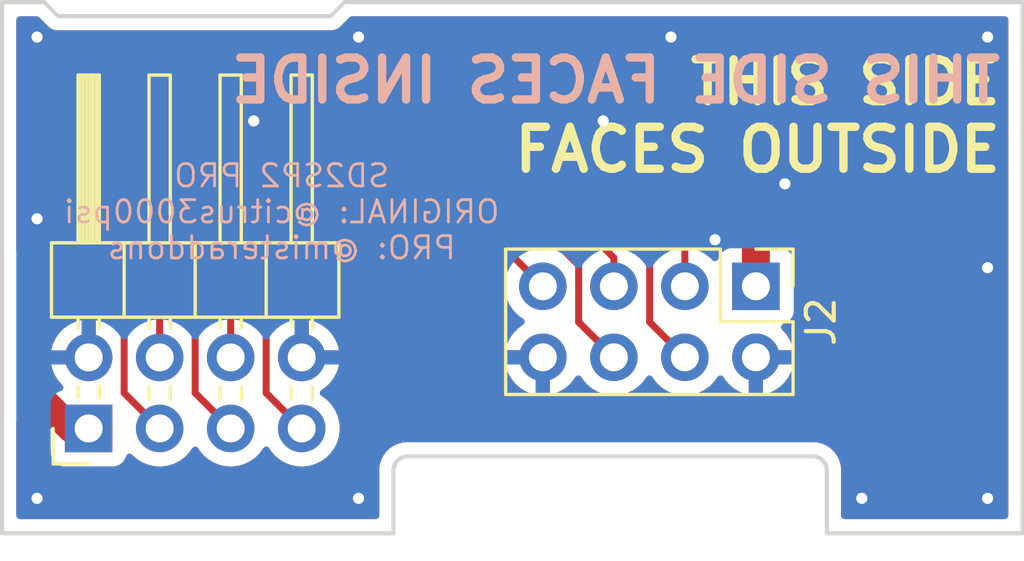
<source format=kicad_pcb>
(kicad_pcb (version 20211014) (generator pcbnew)
  (layers (0 "F.Cu" signal) (31 "B.Cu" signal) (34 "B.Paste" user) (35 "F.Paste" user) (36 "B.SilkS" user "B.Silkscreen") (37 "F.SilkS" user "F.Silkscreen") (38 "B.Mask" user) (39 "F.Mask" user) (44 "Edge.Cuts" user))
  (net 0 "")
  (net 1 "/GND")
  (net 2 "/+3V3")
  (net 3 "/INT")
  (net 4 "/CLK")
  (net 5 "/DO")
  (net 6 "/DI")
  (net 7 "/CS")
  (footprint "Connector_PinHeader_2.54mm:PinHeader_2x04_P2.54mm_Horizontal" (layer "F.Cu") (at 77.160286 116.25 90)
    (fp_text reference "J1")
    (fp_text value "Conn_02x04_Odd_Even")
    (fp_line (start -1.27 -1.27) (end 0 -1.27) (layer "F.SilkS") (width 0.12))
    (fp_line (start 12.64 -0.38) (end 12.64 0.38) (layer "F.SilkS") (width 0.12))
    (fp_line (start 12.64 2.92) (end 6.64 2.92) (layer "F.SilkS") (width 0.12))
    (fp_line (start 1.042929 7.24) (end 1.497071 7.24) (layer "F.SilkS") (width 0.12))
    (fp_line (start 3.98 6.35) (end 6.64 6.35) (layer "F.SilkS") (width 0.12))
    (fp_line (start 12.64 2.16) (end 12.64 2.92) (layer "F.SilkS") (width 0.12))
    (fp_line (start 6.64 0.28) (end 12.64 0.28) (layer "F.SilkS") (width 0.12))
    (fp_line (start -1.27 0) (end -1.27 -1.27) (layer "F.SilkS") (width 0.12))
    (fp_line (start 12.64 4.7) (end 12.64 5.46) (layer "F.SilkS") (width 0.12))
    (fp_line (start 3.582929 2.16) (end 3.98 2.16) (layer "F.SilkS") (width 0.12))
    (fp_line (start 3.98 3.81) (end 6.64 3.81) (layer "F.SilkS") (width 0.12))
    (fp_line (start 6.64 0.04) (end 12.64 0.04) (layer "F.SilkS") (width 0.12))
    (fp_line (start 6.64 -0.38) (end 12.64 -0.38) (layer "F.SilkS") (width 0.12))
    (fp_line (start 1.042929 2.92) (end 1.497071 2.92) (layer "F.SilkS") (width 0.12))
    (fp_line (start 12.64 8) (end 6.64 8) (layer "F.SilkS") (width 0.12))
    (fp_line (start 3.582929 4.7) (end 3.98 4.7) (layer "F.SilkS") (width 0.12))
    (fp_line (start 6.64 -0.2) (end 12.64 -0.2) (layer "F.SilkS") (width 0.12))
    (fp_line (start 3.582929 7.24) (end 3.98 7.24) (layer "F.SilkS") (width 0.12))
    (fp_line (start 3.98 8.95) (end 6.64 8.95) (layer "F.SilkS") (width 0.12))
    (fp_line (start 6.64 4.7) (end 12.64 4.7) (layer "F.SilkS") (width 0.12))
    (fp_line (start 3.582929 -0.38) (end 3.98 -0.38) (layer "F.SilkS") (width 0.12))
    (fp_line (start 6.64 8.95) (end 6.64 -1.33) (layer "F.SilkS") (width 0.12))
    (fp_line (start 6.64 7.24) (end 12.64 7.24) (layer "F.SilkS") (width 0.12))
    (fp_line (start 6.64 0.16) (end 12.64 0.16) (layer "F.SilkS") (width 0.12))
    (fp_line (start 1.042929 8) (end 1.497071 8) (layer "F.SilkS") (width 0.12))
    (fp_line (start 3.582929 0.38) (end 3.98 0.38) (layer "F.SilkS") (width 0.12))
    (fp_line (start 3.98 -1.33) (end 3.98 8.95) (layer "F.SilkS") (width 0.12))
    (fp_line (start 1.11 0.38) (end 1.497071 0.38) (layer "F.SilkS") (width 0.12))
    (fp_line (start 6.64 -0.08) (end 12.64 -0.08) (layer "F.SilkS") (width 0.12))
    (fp_line (start 12.64 5.46) (end 6.64 5.46) (layer "F.SilkS") (width 0.12))
    (fp_line (start 1.11 -0.38) (end 1.497071 -0.38) (layer "F.SilkS") (width 0.12))
    (fp_line (start 3.582929 5.46) (end 3.98 5.46) (layer "F.SilkS") (width 0.12))
    (fp_line (start 6.64 -1.33) (end 3.98 -1.33) (layer "F.SilkS") (width 0.12))
    (fp_line (start 1.042929 2.16) (end 1.497071 2.16) (layer "F.SilkS") (width 0.12))
    (fp_line (start 1.042929 5.46) (end 1.497071 5.46) (layer "F.SilkS") (width 0.12))
    (fp_line (start 12.64 7.24) (end 12.64 8) (layer "F.SilkS") (width 0.12))
    (fp_line (start 3.582929 2.92) (end 3.98 2.92) (layer "F.SilkS") (width 0.12))
    (fp_line (start 6.64 -0.32) (end 12.64 -0.32) (layer "F.SilkS") (width 0.12))
    (fp_line (start 3.98 1.27) (end 6.64 1.27) (layer "F.SilkS") (width 0.12))
    (fp_line (start 3.582929 8) (end 3.98 8) (layer "F.SilkS") (width 0.12))
    (fp_line (start 12.64 0.38) (end 6.64 0.38) (layer "F.SilkS") (width 0.12))
    (fp_line (start 1.042929 4.7) (end 1.497071 4.7) (layer "F.SilkS") (width 0.12))
    (fp_line (start 6.64 2.16) (end 12.64 2.16) (layer "F.SilkS") (width 0.12))
    (pad "1" thru_hole rect locked (at 0 0 90) (size 1.7 1.7) (drill 1) (layers *.Cu *.Mask) (net 2 "/+3V3"))
    (pad "2" thru_hole oval locked (at 2.54 0 90) (size 1.7 1.7) (drill 1) (layers *.Cu *.Mask) (net 1 "/GND"))
    (pad "3" thru_hole oval locked (at 0 2.54 90) (size 1.7 1.7) (drill 1) (layers *.Cu *.Mask) (net 3 "/INT"))
    (pad "4" thru_hole oval locked (at 2.54 2.54 90) (size 1.7 1.7) (drill 1) (layers *.Cu *.Mask) (net 4 "/CLK"))
    (pad "5" thru_hole oval locked (at 0 5.08 90) (size 1.7 1.7) (drill 1) (layers *.Cu *.Mask) (net 5 "/DO"))
    (pad "6" thru_hole oval locked (at 2.54 5.08 90) (size 1.7 1.7) (drill 1) (layers *.Cu *.Mask) (net 6 "/DI"))
    (pad "7" thru_hole oval locked (at 0 7.62 90) (size 1.7 1.7) (drill 1) (layers *.Cu *.Mask) (net 7 "/CS"))
    (pad "8" thru_hole oval locked (at 2.54 7.62 90) (size 1.7 1.7) (drill 1) (layers *.Cu *.Mask) (net 1 "/GND"))
  )
  (footprint "Connector_PinHeader_2.54mm:PinHeader_2x04_P2.54mm_Vertical" (layer "F.Cu") (at 101.026286 111.165 -90)
    (fp_text reference "J2" (at 1.27 -2.33 90) (layer "F.SilkS"))
    (fp_text value "Conn_02x04_Odd_Even")
    (fp_line (start -1.33 8.95) (end 3.87 8.95) (layer "F.SilkS") (width 0.12))
    (fp_line (start 1.27 -1.33) (end 3.87 -1.33) (layer "F.SilkS") (width 0.12))
    (fp_line (start 1.27 1.27) (end 1.27 -1.33) (layer "F.SilkS") (width 0.12))
    (fp_line (start -1.33 -1.33) (end 0 -1.33) (layer "F.SilkS") (width 0.12))
    (fp_line (start -1.33 0) (end -1.33 -1.33) (layer "F.SilkS") (width 0.12))
    (fp_line (start -1.33 1.27) (end -1.33 8.95) (layer "F.SilkS") (width 0.12))
    (fp_line (start 3.87 -1.33) (end 3.87 8.95) (layer "F.SilkS") (width 0.12))
    (fp_line (start -1.33 1.27) (end 1.27 1.27) (layer "F.SilkS") (width 0.12))
    (pad "1" thru_hole rect (at 0 0 270) (size 1.7 1.7) (drill 1) (layers *.Cu *.Mask) (net 2 "/+3V3"))
    (pad "2" thru_hole oval (at 2.54 0 270) (size 1.7 1.7) (drill 1) (layers *.Cu *.Mask) (net 1 "/GND"))
    (pad "3" thru_hole oval (at 0 2.54 270) (size 1.7 1.7) (drill 1) (layers *.Cu *.Mask) (net 3 "/INT"))
    (pad "4" thru_hole oval (at 2.54 2.54 270) (size 1.7 1.7) (drill 1) (layers *.Cu *.Mask) (net 4 "/CLK"))
    (pad "5" thru_hole oval (at 0 5.08 270) (size 1.7 1.7) (drill 1) (layers *.Cu *.Mask) (net 5 "/DO"))
    (pad "6" thru_hole oval (at 2.54 5.08 270) (size 1.7 1.7) (drill 1) (layers *.Cu *.Mask) (net 6 "/DI"))
    (pad "7" thru_hole oval (at 0 7.62 270) (size 1.7 1.7) (drill 1) (layers *.Cu *.Mask) (net 7 "/CS"))
    (pad "8" thru_hole oval (at 2.54 7.62 270) (size 1.7 1.7) (drill 1) (layers *.Cu *.Mask) (net 1 "/GND"))
  )
  (gr_line (start 88.064286 120) (end 74.064286 120) (layer "Edge.Cuts") (width 0.15))
  (gr_line (start 103.564286 117.75) (end 103.564286 120) (layer "Edge.Cuts") (width 0.15))
  (gr_line (start 110.564286 101) (end 110.564286 120) (layer "Edge.Cuts") (width 0.15))
  (gr_arc (start 88.064286 117.75) (mid 88.210733 117.396447) (end 88.564286 117.25) (layer "Edge.Cuts") (width 0.15))
  (gr_arc (start 103.064286 117.25) (mid 103.417839 117.396447) (end 103.564286 117.75) (layer "Edge.Cuts") (width 0.15))
  (gr_line (start 75.564286 101) (end 76.064286 101.5) (layer "Edge.Cuts") (width 0.15))
  (gr_line (start 76.064286 101.5) (end 85.814286 101.5) (layer "Edge.Cuts") (width 0.15))
  (gr_line (start 74.064286 120) (end 74.064286 101) (layer "Edge.Cuts") (width 0.15))
  (gr_line (start 103.564286 120) (end 110.564286 120) (layer "Edge.Cuts") (width 0.15))
  (gr_line (start 86.314286 101) (end 110.564286 101) (layer "Edge.Cuts") (width 0.15))
  (gr_line (start 103.064286 117.25) (end 88.564286 117.25) (layer "Edge.Cuts") (width 0.15))
  (gr_line (start 85.814286 101.5) (end 86.314286 101) (layer "Edge.Cuts") (width 0.15))
  (gr_line (start 74.064286 101) (end 75.564286 101) (layer "Edge.Cuts") (width 0.15))
  (gr_line (start 88.064286 117.75) (end 88.064286 120) (layer "Edge.Cuts") (width 0.15))
  (gr_text "THIS SIDE FACES INSIDE" (at 109.926286 103.804) (layer "B.SilkS") (effects (font (size 1.5 1.5) (thickness 0.3)) (justify left mirror)))
  (gr_text "SD2SP2 PRO\nORIGINAL: @citrus3000psi\nPRO: @misteraddons" (at 84.064286 108.5) (layer "B.SilkS") (effects (font (size 0.8 0.8) (thickness 0.1)) (justify mirror)))
  (gr_text "THIS SIDE\nFACES OUTSIDE" (at 109.926286 105.074) (layer "F.SilkS") (effects (font (size 1.5 1.5) (thickness 0.3)) (justify right)))
  (via (at 97.988286 102.25) (size 0.8) (drill 0.4) (layers "F.Cu" "B.Cu") (net 1))
  (via (at 109.314286 110.5) (size 0.8) (drill 0.4) (layers "F.Cu" "B.Cu") (net 1))
  (via (at 104.814286 118.75) (size 0.8) (drill 0.4) (layers "F.Cu" "B.Cu") (net 1))
  (via (at 102.064286 107.5) (size 0.8) (drill 0.4) (layers "F.Cu" "B.Cu") (net 1))
  (via (at 109.314286 102.25) (size 0.8) (drill 0.4) (layers "F.Cu" "B.Cu") (net 1))
  (via (at 86.814286 118.75) (size 0.8) (drill 0.4) (layers "F.Cu" "B.Cu") (net 1))
  (via (at 75.314286 102.25) (size 0.8) (drill 0.4) (layers "F.Cu" "B.Cu") (net 1))
  (via (at 83.064286 105.25) (size 0.8) (drill 0.4) (layers "F.Cu" "B.Cu") (net 1))
  (via (at 99.564286 109.5) (size 0.8) (drill 0.4) (layers "F.Cu" "B.Cu") (net 1))
  (via (at 75.314286 118.75) (size 0.8) (drill 0.4) (layers "F.Cu" "B.Cu") (net 1))
  (via (at 95.564286 105.25) (size 0.8) (drill 0.4) (layers "F.Cu" "B.Cu") (net 1))
  (via (at 109.314286 118.75) (size 0.8) (drill 0.4) (layers "F.Cu" "B.Cu") (net 1))
  (via (at 86.814286 102.25) (size 0.8) (drill 0.4) (layers "F.Cu" "B.Cu") (net 1))
  (via (at 75.314286 108.75) (size 0.8) (drill 0.4) (layers "F.Cu" "B.Cu") (net 1))
  (segment (start 96.210286 103.804) (end 101.026286 108.62) (width 1) (layer "F.Cu") (net 2))
  (segment (start 82.367286 103.804) (end 96.210286 103.804) (width 1) (layer "F.Cu") (net 2))
  (segment (start 76.525286 116.25) (end 75.128286 114.853) (width 1) (layer "F.Cu") (net 2))
  (segment (start 77.160286 116.25) (end 76.525286 116.25) (width 1) (layer "F.Cu") (net 2))
  (segment (start 75.128286 114.853) (end 75.128286 111.043) (width 1) (layer "F.Cu") (net 2))
  (segment (start 75.128286 111.043) (end 82.367286 103.804) (width 1) (layer "F.Cu") (net 2))
  (segment (start 101.026286 108.62) (end 101.026286 111.165) (width 1) (layer "F.Cu") (net 2))
  (segment (start 79.700286 116.25) (end 78.430286 114.98) (width 0.25) (layer "F.Cu") (net 3))
  (segment (start 78.430286 111.424) (end 83.764286 106.09) (width 0.25) (layer "F.Cu") (net 3))
  (segment (start 94.940286 106.09) (end 98.486286 109.636) (width 0.25) (layer "F.Cu") (net 3))
  (segment (start 98.486286 109.636) (end 98.486286 111.165) (width 0.25) (layer "F.Cu") (net 3))
  (segment (start 78.430286 114.98) (end 78.430286 111.424) (width 0.25) (layer "F.Cu") (net 3))
  (segment (start 83.764286 106.09) (end 94.940286 106.09) (width 0.25) (layer "F.Cu") (net 3))
  (segment (start 94.432286 107.106) (end 84.272286 107.106) (width 0.25) (layer "F.Cu") (net 4))
  (segment (start 84.272286 107.106) (end 79.700286 111.678) (width 0.25) (layer "F.Cu") (net 4))
  (segment (start 97.226286 112.445) (end 97.226286 109.9) (width 0.25) (layer "F.Cu") (net 4))
  (segment (start 79.700286 111.678) (end 79.700286 113.71) (width 0.25) (layer "F.Cu") (net 4))
  (segment (start 97.226286 109.9) (end 94.432286 107.106) (width 0.25) (layer "F.Cu") (net 4))
  (segment (start 98.486286 113.705) (end 97.226286 112.445) (width 0.25) (layer "F.Cu") (net 4))
  (segment (start 93.924286 108.122) (end 95.946286 110.144) (width 0.25) (layer "F.Cu") (net 5))
  (segment (start 80.970286 114.98) (end 80.970286 111.932) (width 0.25) (layer "F.Cu") (net 5))
  (segment (start 84.780286 108.122) (end 93.924286 108.122) (width 0.25) (layer "F.Cu") (net 5))
  (segment (start 95.946286 110.144) (end 95.946286 111.165) (width 0.25) (layer "F.Cu") (net 5))
  (segment (start 80.970286 111.932) (end 84.780286 108.122) (width 0.25) (layer "F.Cu") (net 5))
  (segment (start 82.240286 116.25) (end 80.970286 114.98) (width 0.25) (layer "F.Cu") (net 5))
  (segment (start 82.240286 112.186) (end 82.240286 113.71) (width 0.25) (layer "F.Cu") (net 6))
  (segment (start 94.686286 112.445) (end 94.686286 110.408) (width 0.25) (layer "F.Cu") (net 6))
  (segment (start 94.686286 110.408) (end 93.416286 109.138) (width 0.25) (layer "F.Cu") (net 6))
  (segment (start 85.288286 109.138) (end 82.240286 112.186) (width 0.25) (layer "F.Cu") (net 6))
  (segment (start 95.946286 113.705) (end 94.686286 112.445) (width 0.25) (layer "F.Cu") (net 6))
  (segment (start 93.416286 109.138) (end 85.288286 109.138) (width 0.25) (layer "F.Cu") (net 6))
  (segment (start 83.510286 112.44) (end 85.796286 110.154) (width 0.25) (layer "F.Cu") (net 7))
  (segment (start 84.780286 116.25) (end 83.510286 114.98) (width 0.25) (layer "F.Cu") (net 7))
  (segment (start 85.796286 110.154) (end 92.395286 110.154) (width 0.25) (layer "F.Cu") (net 7))
  (segment (start 83.510286 114.98) (end 83.510286 112.44) (width 0.25) (layer "F.Cu") (net 7))
  (segment (start 92.395286 110.154) (end 93.406286 111.165) (width 0.25) (layer "F.Cu") (net 7))
  (zone (net 1) (net_name "/GND") (layers F&B.Cu) (connect_pads (clearance 0.508)) (min_thickness 0.254) (fill yes (thermal_gap 0.508) (thermal_bridge_width 0.508))
    (polygon (pts (xy 74.064286 120) (xy 110.564286 120) (xy 110.564286 101) (xy 74.064286 101)))
  )
)
</source>
